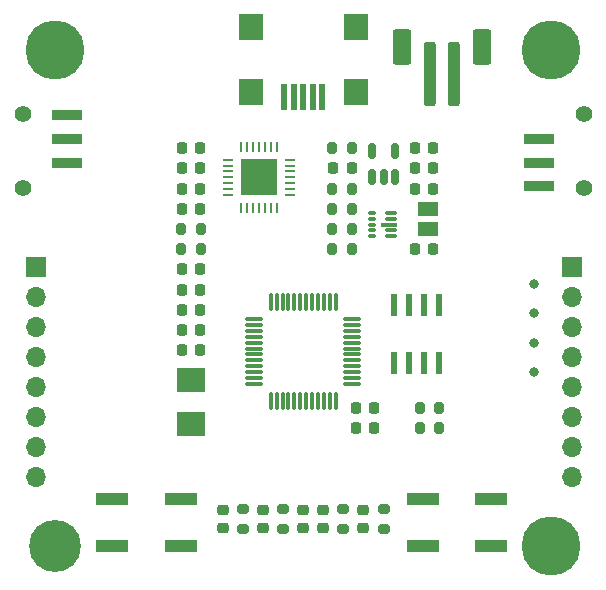
<source format=gbr>
%TF.GenerationSoftware,KiCad,Pcbnew,7.0.8*%
%TF.CreationDate,2023-11-13T16:42:22+01:00*%
%TF.ProjectId,ORBIT,4f524249-542e-46b6-9963-61645f706362,rev?*%
%TF.SameCoordinates,Original*%
%TF.FileFunction,Copper,L1,Top*%
%TF.FilePolarity,Positive*%
%FSLAX46Y46*%
G04 Gerber Fmt 4.6, Leading zero omitted, Abs format (unit mm)*
G04 Created by KiCad (PCBNEW 7.0.8) date 2023-11-13 16:42:22*
%MOMM*%
%LPD*%
G01*
G04 APERTURE LIST*
G04 Aperture macros list*
%AMRoundRect*
0 Rectangle with rounded corners*
0 $1 Rounding radius*
0 $2 $3 $4 $5 $6 $7 $8 $9 X,Y pos of 4 corners*
0 Add a 4 corners polygon primitive as box body*
4,1,4,$2,$3,$4,$5,$6,$7,$8,$9,$2,$3,0*
0 Add four circle primitives for the rounded corners*
1,1,$1+$1,$2,$3*
1,1,$1+$1,$4,$5*
1,1,$1+$1,$6,$7*
1,1,$1+$1,$8,$9*
0 Add four rect primitives between the rounded corners*
20,1,$1+$1,$2,$3,$4,$5,0*
20,1,$1+$1,$4,$5,$6,$7,0*
20,1,$1+$1,$6,$7,$8,$9,0*
20,1,$1+$1,$8,$9,$2,$3,0*%
G04 Aperture macros list end*
%TA.AperFunction,SMDPad,CuDef*%
%ADD10RoundRect,0.200000X0.200000X0.275000X-0.200000X0.275000X-0.200000X-0.275000X0.200000X-0.275000X0*%
%TD*%
%TA.AperFunction,SMDPad,CuDef*%
%ADD11R,2.500000X0.900000*%
%TD*%
%TA.AperFunction,ComponentPad*%
%ADD12C,1.400000*%
%TD*%
%TA.AperFunction,SMDPad,CuDef*%
%ADD13RoundRect,0.225000X0.225000X0.250000X-0.225000X0.250000X-0.225000X-0.250000X0.225000X-0.250000X0*%
%TD*%
%TA.AperFunction,SMDPad,CuDef*%
%ADD14RoundRect,0.225000X-0.250000X0.225000X-0.250000X-0.225000X0.250000X-0.225000X0.250000X0.225000X0*%
%TD*%
%TA.AperFunction,SMDPad,CuDef*%
%ADD15RoundRect,0.225000X-0.225000X-0.250000X0.225000X-0.250000X0.225000X0.250000X-0.225000X0.250000X0*%
%TD*%
%TA.AperFunction,SMDPad,CuDef*%
%ADD16R,2.800000X1.000000*%
%TD*%
%TA.AperFunction,SMDPad,CuDef*%
%ADD17RoundRect,0.218750X-0.256250X0.218750X-0.256250X-0.218750X0.256250X-0.218750X0.256250X0.218750X0*%
%TD*%
%TA.AperFunction,SMDPad,CuDef*%
%ADD18RoundRect,0.075000X-0.662500X-0.075000X0.662500X-0.075000X0.662500X0.075000X-0.662500X0.075000X0*%
%TD*%
%TA.AperFunction,SMDPad,CuDef*%
%ADD19RoundRect,0.075000X-0.075000X-0.662500X0.075000X-0.662500X0.075000X0.662500X-0.075000X0.662500X0*%
%TD*%
%TA.AperFunction,ComponentPad*%
%ADD20C,0.800000*%
%TD*%
%TA.AperFunction,ComponentPad*%
%ADD21C,5.000000*%
%TD*%
%TA.AperFunction,SMDPad,CuDef*%
%ADD22RoundRect,0.218750X0.218750X0.256250X-0.218750X0.256250X-0.218750X-0.256250X0.218750X-0.256250X0*%
%TD*%
%TA.AperFunction,SMDPad,CuDef*%
%ADD23RoundRect,0.225000X0.250000X-0.225000X0.250000X0.225000X-0.250000X0.225000X-0.250000X-0.225000X0*%
%TD*%
%TA.AperFunction,SMDPad,CuDef*%
%ADD24R,1.820000X1.200000*%
%TD*%
%TA.AperFunction,SMDPad,CuDef*%
%ADD25RoundRect,0.200000X-0.200000X-0.275000X0.200000X-0.275000X0.200000X0.275000X-0.200000X0.275000X0*%
%TD*%
%TA.AperFunction,SMDPad,CuDef*%
%ADD26RoundRect,0.200000X0.275000X-0.200000X0.275000X0.200000X-0.275000X0.200000X-0.275000X-0.200000X0*%
%TD*%
%TA.AperFunction,SMDPad,CuDef*%
%ADD27R,2.400000X2.000000*%
%TD*%
%TA.AperFunction,SMDPad,CuDef*%
%ADD28RoundRect,0.012500X-0.287500X-0.112500X0.287500X-0.112500X0.287500X0.112500X-0.287500X0.112500X0*%
%TD*%
%TA.AperFunction,SMDPad,CuDef*%
%ADD29RoundRect,0.012500X-0.437500X-0.112500X0.437500X-0.112500X0.437500X0.112500X-0.437500X0.112500X0*%
%TD*%
%TA.AperFunction,SMDPad,CuDef*%
%ADD30RoundRect,0.012500X-0.637500X-0.112500X0.637500X-0.112500X0.637500X0.112500X-0.637500X0.112500X0*%
%TD*%
%TA.AperFunction,SMDPad,CuDef*%
%ADD31RoundRect,0.200000X-0.275000X0.200000X-0.275000X-0.200000X0.275000X-0.200000X0.275000X0.200000X0*%
%TD*%
%TA.AperFunction,SMDPad,CuDef*%
%ADD32RoundRect,0.150000X0.150000X-0.512500X0.150000X0.512500X-0.150000X0.512500X-0.150000X-0.512500X0*%
%TD*%
%TA.AperFunction,SMDPad,CuDef*%
%ADD33R,0.500000X2.200000*%
%TD*%
%TA.AperFunction,SMDPad,CuDef*%
%ADD34R,2.000000X2.200000*%
%TD*%
%TA.AperFunction,ComponentPad*%
%ADD35C,0.700000*%
%TD*%
%TA.AperFunction,ComponentPad*%
%ADD36C,4.400000*%
%TD*%
%TA.AperFunction,ComponentPad*%
%ADD37R,1.700000X1.700000*%
%TD*%
%TA.AperFunction,ComponentPad*%
%ADD38O,1.700000X1.700000*%
%TD*%
%TA.AperFunction,SMDPad,CuDef*%
%ADD39R,0.558800X1.981200*%
%TD*%
%TA.AperFunction,SMDPad,CuDef*%
%ADD40RoundRect,0.250000X-0.250000X-2.500000X0.250000X-2.500000X0.250000X2.500000X-0.250000X2.500000X0*%
%TD*%
%TA.AperFunction,SMDPad,CuDef*%
%ADD41RoundRect,0.250000X-0.550000X-1.250000X0.550000X-1.250000X0.550000X1.250000X-0.550000X1.250000X0*%
%TD*%
%TA.AperFunction,SMDPad,CuDef*%
%ADD42R,0.254000X0.900000*%
%TD*%
%TA.AperFunction,SMDPad,CuDef*%
%ADD43R,0.900000X0.254000*%
%TD*%
%TA.AperFunction,SMDPad,CuDef*%
%ADD44R,3.100000X3.100000*%
%TD*%
%TA.AperFunction,ViaPad*%
%ADD45C,0.800000*%
%TD*%
G04 APERTURE END LIST*
D10*
%TO.P,R13,1*%
%TO.N,Net-(U22-~{RST})*%
X140325000Y-89100000D03*
%TO.P,R13,2*%
%TO.N,Net-(U22-VDD)*%
X138675000Y-89100000D03*
%TD*%
D11*
%TO.P,PWR,1*%
%TO.N,Net-(BAT1-Pin_2)*%
X169000000Y-81500000D03*
%TO.P,PWR,2*%
%TO.N,unconnected-(PWR1-Pad2)*%
X169000000Y-83500000D03*
%TO.P,PWR,3*%
%TO.N,+BATT*%
X169000000Y-85500000D03*
D12*
%TO.P,PWR,4*%
%TO.N,unconnected-(PWR1-Pad4)*%
X172750000Y-79350000D03*
%TO.P,PWR,5*%
%TO.N,unconnected-(PWR1-Pad5)*%
X172750000Y-85650000D03*
%TD*%
D13*
%TO.P,U24,1*%
%TO.N,VBUS*%
X140275000Y-87400000D03*
%TO.P,U24,2*%
%TO.N,GND*%
X138725000Y-87400000D03*
%TD*%
D14*
%TO.P,U9,1*%
%TO.N,NRST*%
X142200000Y-112900000D03*
%TO.P,U9,2*%
%TO.N,GND*%
X142200000Y-114450000D03*
%TD*%
D13*
%TO.P,U21,1*%
%TO.N,Net-(U22-VDD)*%
X140275000Y-84000000D03*
%TO.P,U21,2*%
%TO.N,GND*%
X138725000Y-84000000D03*
%TD*%
D15*
%TO.P,U7,1*%
%TO.N,+BATT*%
X158450000Y-84000000D03*
%TO.P,U7,2*%
%TO.N,GND*%
X160000000Y-84000000D03*
%TD*%
%TO.P,U14,1*%
%TO.N,+BATT*%
X158450000Y-85700000D03*
%TO.P,U14,2*%
%TO.N,GND*%
X160000000Y-85700000D03*
%TD*%
D16*
%TO.P,RESET,1,1*%
%TO.N,NRST*%
X132850000Y-112000000D03*
X138650000Y-112000000D03*
%TO.P,RESET,2,2*%
%TO.N,GND*%
X132850000Y-116000000D03*
X138650000Y-116000000D03*
%TD*%
D17*
%TO.P,D3,1,K*%
%TO.N,GND*%
X145600000Y-112887500D03*
%TO.P,D3,2,A*%
%TO.N,Net-(D3-A)*%
X145600000Y-114462500D03*
%TD*%
D18*
%TO.P,U15,1,VDD*%
%TO.N,+3.3V*%
X144837500Y-96750000D03*
%TO.P,U15,2,PC13*%
%TO.N,unconnected-(U15-PC13-Pad2)*%
X144837500Y-97250000D03*
%TO.P,U15,3,PC14*%
%TO.N,unconnected-(U15-PC14-Pad3)*%
X144837500Y-97750000D03*
%TO.P,U15,4,PC15*%
%TO.N,unconnected-(U15-PC15-Pad4)*%
X144837500Y-98250000D03*
%TO.P,U15,5,PF0*%
%TO.N,/HSE_IN*%
X144837500Y-98750000D03*
%TO.P,U15,6,PF1*%
%TO.N,/HSE_OUT*%
X144837500Y-99250000D03*
%TO.P,U15,7,NRST*%
%TO.N,NRST*%
X144837500Y-99750000D03*
%TO.P,U15,8,VSSA*%
%TO.N,GND*%
X144837500Y-100250000D03*
%TO.P,U15,9,VDDA*%
%TO.N,+3.3V*%
X144837500Y-100750000D03*
%TO.P,U15,10,PA0*%
%TO.N,unconnected-(U15-PA0-Pad10)*%
X144837500Y-101250000D03*
%TO.P,U15,11,PA1*%
%TO.N,unconnected-(U15-PA1-Pad11)*%
X144837500Y-101750000D03*
%TO.P,U15,12,PA2*%
%TO.N,PA2*%
X144837500Y-102250000D03*
D19*
%TO.P,U15,13,PA3*%
%TO.N,PA3*%
X146250000Y-103662500D03*
%TO.P,U15,14,PA4*%
%TO.N,PA4*%
X146750000Y-103662500D03*
%TO.P,U15,15,PA5*%
%TO.N,LED1*%
X147250000Y-103662500D03*
%TO.P,U15,16,PA6*%
%TO.N,LED2*%
X147750000Y-103662500D03*
%TO.P,U15,17,PA7*%
%TO.N,unconnected-(U15-PA7-Pad17)*%
X148250000Y-103662500D03*
%TO.P,U15,18,PB0*%
%TO.N,unconnected-(U15-PB0-Pad18)*%
X148750000Y-103662500D03*
%TO.P,U15,19,PB1*%
%TO.N,unconnected-(U15-PB1-Pad19)*%
X149250000Y-103662500D03*
%TO.P,U15,20,PB2*%
%TO.N,unconnected-(U15-PB2-Pad20)*%
X149750000Y-103662500D03*
%TO.P,U15,21,PB10*%
%TO.N,Net-(U15-PB10)*%
X150250000Y-103662500D03*
%TO.P,U15,22,PB11*%
%TO.N,PB11*%
X150750000Y-103662500D03*
%TO.P,U15,23,VSS*%
%TO.N,GND*%
X151250000Y-103662500D03*
%TO.P,U15,24,VDD*%
%TO.N,+3.3V*%
X151750000Y-103662500D03*
D18*
%TO.P,U15,25,PB12*%
%TO.N,unconnected-(U15-PB12-Pad25)*%
X153162500Y-102250000D03*
%TO.P,U15,26,PB13*%
%TO.N,unconnected-(U15-PB13-Pad26)*%
X153162500Y-101750000D03*
%TO.P,U15,27,PB14*%
%TO.N,unconnected-(U15-PB14-Pad27)*%
X153162500Y-101250000D03*
%TO.P,U15,28,PB15*%
%TO.N,unconnected-(U15-PB15-Pad28)*%
X153162500Y-100750000D03*
%TO.P,U15,29,PA8*%
%TO.N,unconnected-(U15-PA8-Pad29)*%
X153162500Y-100250000D03*
%TO.P,U15,30,PA9*%
%TO.N,USART1_TX*%
X153162500Y-99750000D03*
%TO.P,U15,31,PA10*%
%TO.N,USART1_RX*%
X153162500Y-99250000D03*
%TO.P,U15,32,PA11*%
%TO.N,unconnected-(U15-PA11-Pad32)*%
X153162500Y-98750000D03*
%TO.P,U15,33,PA12*%
%TO.N,unconnected-(U15-PA12-Pad33)*%
X153162500Y-98250000D03*
%TO.P,U15,34,PA13*%
%TO.N,SWDIO*%
X153162500Y-97750000D03*
%TO.P,U15,35,PF6*%
%TO.N,unconnected-(U15-PF6-Pad35)*%
X153162500Y-97250000D03*
%TO.P,U15,36,PF7*%
%TO.N,unconnected-(U15-PF7-Pad36)*%
X153162500Y-96750000D03*
D19*
%TO.P,U15,37,PA14*%
%TO.N,SWDCLK*%
X151750000Y-95337500D03*
%TO.P,U15,38,PA15*%
%TO.N,PA15*%
X151250000Y-95337500D03*
%TO.P,U15,39,PB3*%
%TO.N,PB3*%
X150750000Y-95337500D03*
%TO.P,U15,40,PB4*%
%TO.N,PB4*%
X150250000Y-95337500D03*
%TO.P,U15,41,PB5*%
%TO.N,PB5*%
X149750000Y-95337500D03*
%TO.P,U15,42,PB6*%
%TO.N,Net-(U15-PB6)*%
X149250000Y-95337500D03*
%TO.P,U15,43,PB7*%
%TO.N,Net-(U15-PB7)*%
X148750000Y-95337500D03*
%TO.P,U15,44,BOOT0*%
%TO.N,Net-(U15-BOOT0)*%
X148250000Y-95337500D03*
%TO.P,U15,45,PB8*%
%TO.N,unconnected-(U15-PB8-Pad45)*%
X147750000Y-95337500D03*
%TO.P,U15,46,PB9*%
%TO.N,unconnected-(U15-PB9-Pad46)*%
X147250000Y-95337500D03*
%TO.P,U15,47,VSS*%
%TO.N,GND*%
X146750000Y-95337500D03*
%TO.P,U15,48,VDD*%
%TO.N,+3.3V*%
X146250000Y-95337500D03*
%TD*%
D15*
%TO.P,U1,1*%
%TO.N,+3.3V*%
X153450000Y-106000000D03*
%TO.P,U1,2*%
%TO.N,GND*%
X155000000Y-106000000D03*
%TD*%
D14*
%TO.P,U19,1*%
%TO.N,Net-(U15-PB10)*%
X150700000Y-112900000D03*
%TO.P,U19,2*%
%TO.N,GND*%
X150700000Y-114450000D03*
%TD*%
D20*
%TO.P,H4,*%
%TO.N,*%
X168125000Y-116000000D03*
X168674175Y-114674175D03*
X168674175Y-117325825D03*
X170000000Y-114125000D03*
D21*
X170000000Y-116000000D03*
D20*
X170000000Y-117875000D03*
X171325825Y-114674175D03*
X171325825Y-117325825D03*
X171875000Y-116000000D03*
%TD*%
D22*
%TO.P,D1,1,K*%
%TO.N,Net-(D1-K)*%
X153087500Y-84000000D03*
%TO.P,D1,2,A*%
%TO.N,Net-(D1-A)*%
X151512500Y-84000000D03*
%TD*%
D23*
%TO.P,U18,1*%
%TO.N,Net-(R11-Pad2)*%
X154100000Y-114450000D03*
%TO.P,U18,2*%
%TO.N,GND*%
X154100000Y-112900000D03*
%TD*%
D24*
%TO.P,L1,1*%
%TO.N,Net-(U16-L1)*%
X159547000Y-87390000D03*
%TO.P,L1,2*%
%TO.N,Net-(U16-L2)*%
X159547000Y-89110000D03*
%TD*%
D25*
%TO.P,R1,1*%
%TO.N,VBUS*%
X151475000Y-85700000D03*
%TO.P,R1,2*%
%TO.N,Net-(D1-A)*%
X153125000Y-85700000D03*
%TD*%
D26*
%TO.P,R12,1*%
%TO.N,Net-(R11-Pad2)*%
X155800000Y-114500000D03*
%TO.P,R12,2*%
%TO.N,GND*%
X155800000Y-112850000D03*
%TD*%
D15*
%TO.P,U8,1*%
%TO.N,VBUS*%
X158450000Y-82300000D03*
%TO.P,U8,2*%
%TO.N,GND*%
X160000000Y-82300000D03*
%TD*%
D13*
%TO.P,U4,1*%
%TO.N,+3.3V*%
X140275000Y-92550000D03*
%TO.P,U4,2*%
%TO.N,GND*%
X138725000Y-92550000D03*
%TD*%
D27*
%TO.P,U10,1,1*%
%TO.N,/HSE_IN*%
X139500000Y-105600000D03*
%TO.P,U10,2,2*%
%TO.N,/HSE_OUT*%
X139500000Y-101900000D03*
%TD*%
D28*
%TO.P,U16,1,EN*%
%TO.N,+BATT*%
X154800000Y-87750000D03*
%TO.P,U16,2,MODE*%
%TO.N,GND*%
X154800000Y-88250000D03*
%TO.P,U16,3,AGND*%
X154800000Y-88750000D03*
%TO.P,U16,4,FB*%
%TO.N,Net-(U16-FB)*%
X154800000Y-89250000D03*
%TO.P,U16,5,PG*%
%TO.N,Net-(U16-PG)*%
X154800000Y-89750000D03*
D29*
%TO.P,U16,6,VOUT*%
%TO.N,+3.3V*%
X156450000Y-89750000D03*
%TO.P,U16,7,L2*%
%TO.N,Net-(U16-L2)*%
X156450000Y-89250000D03*
D30*
%TO.P,U16,8,GND*%
%TO.N,GND*%
X156250000Y-88750000D03*
D29*
%TO.P,U16,9,L1*%
%TO.N,Net-(U16-L1)*%
X156450000Y-88250000D03*
%TO.P,U16,10,VIN*%
%TO.N,+BATT*%
X156450000Y-87750000D03*
%TD*%
D31*
%TO.P,R11,1*%
%TO.N,Net-(U15-PB10)*%
X152400000Y-112850000D03*
%TO.P,R11,2*%
%TO.N,Net-(R11-Pad2)*%
X152400000Y-114500000D03*
%TD*%
D32*
%TO.P,U6,1,STAT*%
%TO.N,Net-(D1-K)*%
X154850000Y-84757500D03*
%TO.P,U6,2,VSS*%
%TO.N,GND*%
X155800000Y-84757500D03*
%TO.P,U6,3,VBAT*%
%TO.N,+BATT*%
X156750000Y-84757500D03*
%TO.P,U6,4,VDD*%
%TO.N,VBUS*%
X156750000Y-82482500D03*
%TO.P,U6,5,PROG*%
%TO.N,Net-(U6-PROG)*%
X154850000Y-82482500D03*
%TD*%
D13*
%TO.P,U23,1*%
%TO.N,VBUS*%
X140275000Y-85700000D03*
%TO.P,U23,2*%
%TO.N,GND*%
X138725000Y-85700000D03*
%TD*%
D15*
%TO.P,U13,1*%
%TO.N,+3.3V*%
X158450000Y-90800000D03*
%TO.P,U13,2*%
%TO.N,GND*%
X160000000Y-90800000D03*
%TD*%
D20*
%TO.P,H3,*%
%TO.N,*%
X126125000Y-74000000D03*
X126674175Y-72674175D03*
X126674175Y-75325825D03*
X128000000Y-72125000D03*
D21*
X128000000Y-74000000D03*
D20*
X128000000Y-75875000D03*
X129325825Y-72674175D03*
X129325825Y-75325825D03*
X129875000Y-74000000D03*
%TD*%
D33*
%TO.P,USB1,1,VBUS*%
%TO.N,VBUS*%
X150600000Y-77950000D03*
%TO.P,USB1,2,D-*%
%TO.N,/USB_D-*%
X149800000Y-77950000D03*
%TO.P,USB1,3,D+*%
%TO.N,/USB_D+*%
X149000000Y-77950000D03*
%TO.P,USB1,4,ID*%
%TO.N,unconnected-(USB1-ID-Pad4)*%
X148200000Y-77950000D03*
%TO.P,USB1,5,GND*%
%TO.N,GND*%
X147400000Y-77950000D03*
D34*
%TO.P,USB1,6,Shield*%
%TO.N,unconnected-(USB1-Shield-Pad6)*%
X153450000Y-77550000D03*
%TO.P,USB1,7*%
%TO.N,unconnected-(USB1-Pad7)*%
X144550000Y-77550000D03*
%TO.P,USB1,8*%
%TO.N,unconnected-(USB1-Pad8)*%
X144550000Y-72050000D03*
%TO.P,USB1,9*%
%TO.N,unconnected-(USB1-Pad9)*%
X153450000Y-72050000D03*
%TD*%
D35*
%TO.P,H2,*%
%TO.N,*%
X126350000Y-116000000D03*
X126833274Y-114833274D03*
X126833274Y-117166726D03*
X128000000Y-114350000D03*
D36*
X128000000Y-116000000D03*
D35*
X128000000Y-117650000D03*
X129166726Y-114833274D03*
X129166726Y-117166726D03*
X129650000Y-116000000D03*
%TD*%
D16*
%TO.P,USER,1,1*%
%TO.N,+3.3V*%
X159100000Y-112000000D03*
X164900000Y-112000000D03*
%TO.P,USER,2,2*%
%TO.N,Net-(R11-Pad2)*%
X159100000Y-116000000D03*
X164900000Y-116000000D03*
%TD*%
D31*
%TO.P,R5,1*%
%TO.N,LED1*%
X143900000Y-112850000D03*
%TO.P,R5,2*%
%TO.N,Net-(D3-A)*%
X143900000Y-114500000D03*
%TD*%
D25*
%TO.P,R9,1*%
%TO.N,Net-(U15-PB7)*%
X158853000Y-106000000D03*
%TO.P,R9,2*%
%TO.N,+3.3V*%
X160503000Y-106000000D03*
%TD*%
D37*
%TO.P,J1,1,Pin_1*%
%TO.N,GND*%
X126400000Y-92320000D03*
D38*
%TO.P,J1,2,Pin_2*%
%TO.N,SWDCLK*%
X126400000Y-94860000D03*
%TO.P,J1,3,Pin_3*%
%TO.N,NRST*%
X126400000Y-97400000D03*
%TO.P,J1,4,Pin_4*%
%TO.N,PA2*%
X126400000Y-99940000D03*
%TO.P,J1,5,Pin_5*%
%TO.N,SWDIO*%
X126400000Y-102480000D03*
%TO.P,J1,6,Pin_6*%
%TO.N,PA3*%
X126400000Y-105020000D03*
%TO.P,J1,7,Pin_7*%
%TO.N,PA4*%
X126400000Y-107560000D03*
%TO.P,J1,8,Pin_8*%
%TO.N,+3.3V*%
X126400000Y-110100000D03*
%TD*%
D10*
%TO.P,R2,1*%
%TO.N,GND*%
X140325000Y-90850000D03*
%TO.P,R2,2*%
%TO.N,Net-(BOOT1-Pad1)*%
X138675000Y-90850000D03*
%TD*%
D39*
%TO.P,U17,1,A0*%
%TO.N,+3.3V*%
X160522600Y-95536200D03*
%TO.P,U17,2,A1*%
X159252600Y-95536200D03*
%TO.P,U17,3,A2*%
%TO.N,GND*%
X157982600Y-95536200D03*
%TO.P,U17,4,GND*%
X156712600Y-95536200D03*
%TO.P,U17,5,SDA*%
%TO.N,Net-(U15-PB7)*%
X156712600Y-100463800D03*
%TO.P,U17,6,SCL*%
%TO.N,Net-(U15-PB6)*%
X157982600Y-100463800D03*
%TO.P,U17,7,WP*%
%TO.N,GND*%
X159252600Y-100463800D03*
%TO.P,U17,8,VCC*%
%TO.N,+3.3V*%
X160522600Y-100463800D03*
%TD*%
D13*
%TO.P,U12,1*%
%TO.N,/HSE_OUT*%
X140275000Y-97700000D03*
%TO.P,U12,2*%
%TO.N,GND*%
X138725000Y-97700000D03*
%TD*%
D31*
%TO.P,R4,1*%
%TO.N,LED2*%
X147300000Y-112850000D03*
%TO.P,R4,2*%
%TO.N,Net-(D2-A)*%
X147300000Y-114500000D03*
%TD*%
D25*
%TO.P,R7,1*%
%TO.N,+3.3V*%
X151440000Y-89100000D03*
%TO.P,R7,2*%
%TO.N,Net-(U16-FB)*%
X153090000Y-89100000D03*
%TD*%
D40*
%TO.P,BAT,1,Pin_1*%
%TO.N,GND*%
X159750000Y-76000000D03*
%TO.P,BAT,2,Pin_2*%
%TO.N,Net-(BAT1-Pin_2)*%
X161750000Y-76000000D03*
D41*
%TO.P,BAT,MP*%
%TO.N,N/C*%
X157350000Y-73750000D03*
X164150000Y-73750000D03*
%TD*%
D13*
%TO.P,U2,1*%
%TO.N,+3.3V*%
X140275000Y-99400000D03*
%TO.P,U2,2*%
%TO.N,GND*%
X138725000Y-99400000D03*
%TD*%
D10*
%TO.P,R10,1*%
%TO.N,Net-(U16-FB)*%
X153090000Y-90800000D03*
%TO.P,R10,2*%
%TO.N,GND*%
X151440000Y-90800000D03*
%TD*%
%TO.P,R6,1*%
%TO.N,+3.3V*%
X153090000Y-87400000D03*
%TO.P,R6,2*%
%TO.N,Net-(U16-PG)*%
X151440000Y-87400000D03*
%TD*%
D37*
%TO.P,J2,1,Pin_1*%
%TO.N,GND*%
X171750000Y-92320000D03*
D38*
%TO.P,J2,2,Pin_2*%
%TO.N,PA15*%
X171750000Y-94860000D03*
%TO.P,J2,3,Pin_3*%
%TO.N,PB3*%
X171750000Y-97400000D03*
%TO.P,J2,4,Pin_4*%
%TO.N,PB4*%
X171750000Y-99940000D03*
%TO.P,J2,5,Pin_5*%
%TO.N,PB5*%
X171750000Y-102480000D03*
%TO.P,J2,6,Pin_6*%
%TO.N,I2C1_SCLK*%
X171750000Y-105020000D03*
%TO.P,J2,7,Pin_7*%
%TO.N,I2C1_SDA*%
X171750000Y-107560000D03*
%TO.P,J2,8,Pin_8*%
%TO.N,PB11*%
X171750000Y-110100000D03*
%TD*%
D15*
%TO.P,U5,1*%
%TO.N,+3.3V*%
X153450000Y-104250000D03*
%TO.P,U5,2*%
%TO.N,GND*%
X155000000Y-104250000D03*
%TD*%
D42*
%TO.P,U22,1,DCD*%
%TO.N,unconnected-(U22-DCD-Pad1)*%
X146750000Y-82160000D03*
%TO.P,U22,2,RI*%
%TO.N,unconnected-(U22-RI-Pad2)*%
X146250000Y-82160000D03*
%TO.P,U22,3,GND*%
%TO.N,GND*%
X145750000Y-82160000D03*
%TO.P,U22,4,D+*%
%TO.N,/USB_D+*%
X145250000Y-82160000D03*
%TO.P,U22,5,D-*%
%TO.N,/USB_D-*%
X144750000Y-82160000D03*
%TO.P,U22,6,VDD*%
%TO.N,Net-(U22-VDD)*%
X144250000Y-82160000D03*
%TO.P,U22,7,REGIN*%
%TO.N,VBUS*%
X143750000Y-82160000D03*
D43*
%TO.P,U22,8,VBUS*%
X142660000Y-83250000D03*
%TO.P,U22,9,~{RST}*%
%TO.N,Net-(U22-~{RST})*%
X142660000Y-83750000D03*
%TO.P,U22,10,NC*%
%TO.N,unconnected-(U22-NC-Pad10)*%
X142660000Y-84250000D03*
%TO.P,U22,11,~{SUSPEND}*%
%TO.N,unconnected-(U22-~{SUSPEND}-Pad11)*%
X142660000Y-84750000D03*
%TO.P,U22,12,SUSPEND*%
%TO.N,unconnected-(U22-SUSPEND-Pad12)*%
X142660000Y-85250000D03*
%TO.P,U22,13,NC@1*%
%TO.N,unconnected-(U22-NC@1-Pad13)*%
X142660000Y-85750000D03*
%TO.P,U22,14,NC@2*%
%TO.N,unconnected-(U22-NC@2-Pad14)*%
X142660000Y-86250000D03*
D42*
%TO.P,U22,15,NC@3*%
%TO.N,unconnected-(U22-NC@3-Pad15)*%
X143750000Y-87340000D03*
%TO.P,U22,16,NC@4*%
%TO.N,unconnected-(U22-NC@4-Pad16)*%
X144250000Y-87340000D03*
%TO.P,U22,17,NC@5*%
%TO.N,unconnected-(U22-NC@5-Pad17)*%
X144750000Y-87340000D03*
%TO.P,U22,18,NC/VPP*%
%TO.N,unconnected-(U22-NC{slash}VPP-Pad18)*%
X145250000Y-87340000D03*
%TO.P,U22,19,NC@6*%
%TO.N,unconnected-(U22-NC@6-Pad19)*%
X145750000Y-87340000D03*
%TO.P,U22,20,NC@7*%
%TO.N,unconnected-(U22-NC@7-Pad20)*%
X146250000Y-87340000D03*
%TO.P,U22,21,NC@8*%
%TO.N,unconnected-(U22-NC@8-Pad21)*%
X146750000Y-87340000D03*
D43*
%TO.P,U22,22,NC@9*%
%TO.N,unconnected-(U22-NC@9-Pad22)*%
X147840000Y-86250000D03*
%TO.P,U22,23,CTS*%
%TO.N,unconnected-(U22-CTS-Pad23)*%
X147840000Y-85750000D03*
%TO.P,U22,24,RTS*%
%TO.N,unconnected-(U22-RTS-Pad24)*%
X147840000Y-85250000D03*
%TO.P,U22,25,RXD*%
%TO.N,USART1_TX*%
X147840000Y-84750000D03*
%TO.P,U22,26,TXD*%
%TO.N,USART1_RX*%
X147840000Y-84250000D03*
%TO.P,U22,27,DSR*%
%TO.N,unconnected-(U22-DSR-Pad27)*%
X147840000Y-83750000D03*
%TO.P,U22,28,DTR*%
%TO.N,unconnected-(U22-DTR-Pad28)*%
X147840000Y-83250000D03*
D44*
%TO.P,U22,29,GND@1*%
%TO.N,unconnected-(U22-GND@1-Pad29)*%
X145250000Y-84750000D03*
%TD*%
D17*
%TO.P,D2,1,K*%
%TO.N,GND*%
X149000000Y-112887500D03*
%TO.P,D2,2,A*%
%TO.N,Net-(D2-A)*%
X149000000Y-114462500D03*
%TD*%
D20*
%TO.P,H1,*%
%TO.N,*%
X168125000Y-74000000D03*
X168674175Y-72674175D03*
X168674175Y-75325825D03*
X170000000Y-72125000D03*
D21*
X170000000Y-74000000D03*
D20*
X170000000Y-75875000D03*
X171325825Y-72674175D03*
X171325825Y-75325825D03*
X171875000Y-74000000D03*
%TD*%
D13*
%TO.P,U3,1*%
%TO.N,+3.3V*%
X140275000Y-94250000D03*
%TO.P,U3,2*%
%TO.N,GND*%
X138725000Y-94250000D03*
%TD*%
%TO.P,U11,1*%
%TO.N,/HSE_IN*%
X140275000Y-96000000D03*
%TO.P,U11,2*%
%TO.N,GND*%
X138725000Y-96000000D03*
%TD*%
D25*
%TO.P,R8,1*%
%TO.N,Net-(U15-PB6)*%
X158853000Y-104250000D03*
%TO.P,R8,2*%
%TO.N,+3.3V*%
X160503000Y-104250000D03*
%TD*%
%TO.P,R3,1*%
%TO.N,GND*%
X151475000Y-82300000D03*
%TO.P,R3,2*%
%TO.N,Net-(U6-PROG)*%
X153125000Y-82300000D03*
%TD*%
D13*
%TO.P,U20,1*%
%TO.N,Net-(U22-VDD)*%
X140275000Y-82300000D03*
%TO.P,U20,2*%
%TO.N,GND*%
X138725000Y-82300000D03*
%TD*%
D11*
%TO.P,BOOT0,1*%
%TO.N,Net-(BOOT1-Pad1)*%
X129000000Y-83500000D03*
%TO.P,BOOT0,2*%
%TO.N,+3.3V*%
X129000000Y-81500000D03*
%TO.P,BOOT0,3*%
%TO.N,Net-(U15-BOOT0)*%
X129000000Y-79500000D03*
D12*
%TO.P,BOOT0,4*%
%TO.N,unconnected-(BOOT1-Pad4)*%
X125250000Y-85650000D03*
%TO.P,BOOT0,5*%
%TO.N,unconnected-(BOOT1-Pad5)*%
X125250000Y-79350000D03*
%TD*%
D45*
%TO.N,PA15*%
X168500000Y-93750000D03*
%TO.N,PB3*%
X168500000Y-96250000D03*
%TO.N,PB4*%
X168500000Y-98750000D03*
%TO.N,PB5*%
X168500000Y-101250000D03*
%TD*%
M02*

</source>
